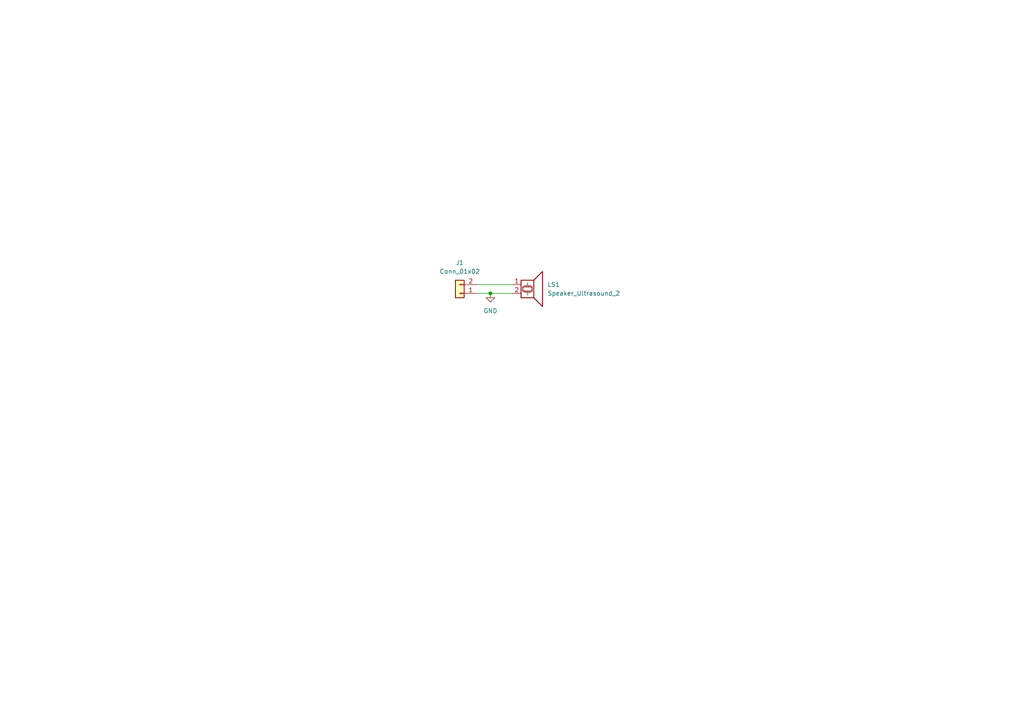
<source format=kicad_sch>
(kicad_sch (version 20231120) (generator "eeschema") (generator_version "8.0")
  (paper "A4")
  (lib_symbols
    (symbol "Connector_Generic:Conn_01x02" (pin_names (offset 1.016) hide)
      (property "Reference" "J" (at 0 2.54 0))
      (property "Value" "Conn_01x02" (at 0 -5.08 0))
      (symbol "Conn_01x02_1_1"
        (rectangle (start -1.27 -2.413) (end 0 -2.667) (stroke (width 0.1524)))
        (rectangle (start -1.27 0.127) (end 0 -0.127) (stroke (width 0.1524)))
        (rectangle (start -1.27 1.27) (end 1.27 -3.81) (stroke (width 0.254)) (fill (type background)))
        (pin passive line (at -5.08 0 0) (length 3.81) (name "Pin_1") (number "1"))
        (pin passive line (at -5.08 -2.54 0) (length 3.81) (name "Pin_2") (number "2"))
      )
    )
    (symbol "Device:Speaker_Ultrasound" (pin_names (offset 0) hide)
      (property "Reference" "LS" (at 0.635 5.715 0))
      (property "Value" "Speaker_Ultrasound" (at 0.635 3.81 0))
      (symbol "Speaker_Ultrasound_0_0"
        (rectangle (start -2.54 1.27) (end 1.143 -3.81) (stroke (width 0.254)))
        (rectangle (start -2.032 -0.635) (end 0.635 -1.905) (stroke (width 0.254)))
        (polyline (pts (xy -1.651 -2.286) (xy 0.381 -2.286)))
        (polyline (pts (xy -1.651 -0.254) (xy 0.381 -0.254)))
        (polyline (pts (xy -0.635 -2.286) (xy -0.635 -3.048)))
        (polyline (pts (xy -0.635 -0.254) (xy -0.635 0.508)))
        (polyline (pts (xy 1.143 1.27) (xy 3.683 3.81) (xy 3.683 -6.35) (xy 1.143 -3.81)) (stroke (width 0.254)))
      )
      (symbol "Speaker_Ultrasound_1_1"
        (pin input line (at -5.08 0 0) (length 2.54) (name "1") (number "1"))
        (pin input line (at -5.08 -2.54 0) (length 2.54) (name "2") (number "2"))
      )
    )
    (symbol "power:GND" (power) (pin_numbers hide) (pin_names (offset 0) hide)
      (property "Value" "GND" (at 0 -3.81 0))
      (symbol "GND_0_1"
        (polyline (pts (xy 0 0) (xy 0 -1.27) (xy 1.27 -1.27) (xy 0 -2.54) (xy -1.27 -1.27) (xy 0 -1.27)))
      )
      (symbol "GND_1_1"
        (pin power_in line (at 0 0 270) (length 0) (name "~") (number "1"))
      )
    )
  )
  (junction (at 142.24 85.09))
  (wire (pts (xy 138.43 85.09) (xy 142.24 85.09)))
  (wire (pts (xy 142.24 85.09) (xy 148.59 85.09)))
  (wire (pts (xy 138.43 82.55) (xy 148.59 82.55)))
  (symbol (lib_id "Device:Speaker_Ultrasound") (at 153.67 82.55 0) (unit 1)
    (property "Reference" "LS1" (at 158.75 82.5499 0) (effects (justify left)))
    (property "Value" "Speaker_Ultrasound_2" (at 158.75 85.0899 0) (effects (justify left)))
    (property "Footprint" "TR:US_Solderpad_2" (effects (hide yes)))
    (property "Description" "Ultrasonic transducer" (effects (hide yes)))
  )
  (symbol (lib_id "power:GND") (at 142.24 85.09 0) (unit 1)
    (property "Reference" "#PWR01" (effects (hide yes)))
    (property "Value" "GND" (at 142.24 90.17 0))
    (property "Description" "Power symbol creates a global label with name \"GND\" , ground" (effects (hide yes)))
  )
  (symbol (lib_id "Connector_Generic:Conn_01x02") (at 133.35 85.09 180) (unit 1)
    (property "Reference" "J1" (at 133.35 76.2 0))
    (property "Value" "Conn_01x02" (at 133.35 78.74 0))
    (property "Footprint" "Connector_PinSocket_2.54mm:PinSocket_1x02_P2.54mm_Vertical" (effects (hide yes)))
    (property "Description" "Generic connector, single row, 01x02, script generated (kicad-library-utils/schlib/autogen/connector/)" (effects (hide yes)))
  )
)
</source>
